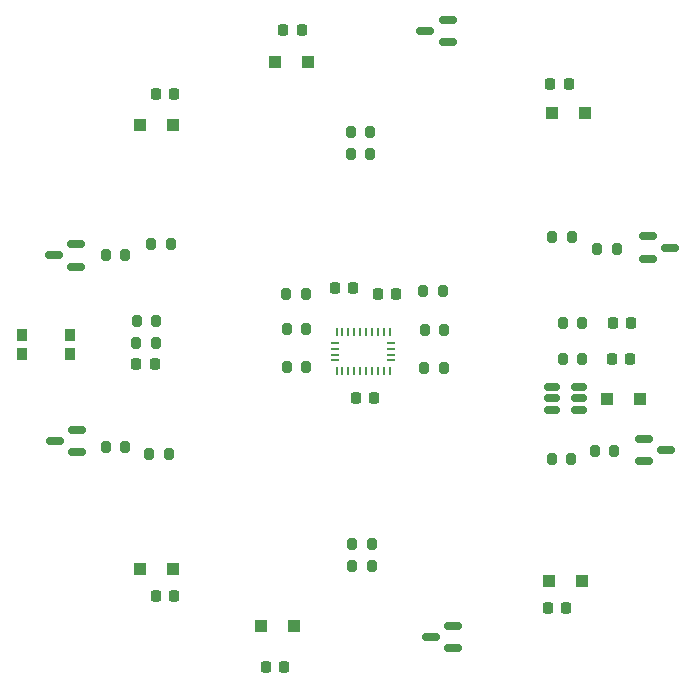
<source format=gtp>
G04 #@! TF.GenerationSoftware,KiCad,Pcbnew,8.0.8-8.0.8-0~ubuntu24.04.1*
G04 #@! TF.CreationDate,2025-03-31T18:32:50+09:00*
G04 #@! TF.ProjectId,multicopter,6d756c74-6963-46f7-9074-65722e6b6963,rev?*
G04 #@! TF.SameCoordinates,Original*
G04 #@! TF.FileFunction,Paste,Top*
G04 #@! TF.FilePolarity,Positive*
%FSLAX46Y46*%
G04 Gerber Fmt 4.6, Leading zero omitted, Abs format (unit mm)*
G04 Created by KiCad (PCBNEW 8.0.8-8.0.8-0~ubuntu24.04.1) date 2025-03-31 18:32:50*
%MOMM*%
%LPD*%
G01*
G04 APERTURE LIST*
G04 Aperture macros list*
%AMRoundRect*
0 Rectangle with rounded corners*
0 $1 Rounding radius*
0 $2 $3 $4 $5 $6 $7 $8 $9 X,Y pos of 4 corners*
0 Add a 4 corners polygon primitive as box body*
4,1,4,$2,$3,$4,$5,$6,$7,$8,$9,$2,$3,0*
0 Add four circle primitives for the rounded corners*
1,1,$1+$1,$2,$3*
1,1,$1+$1,$4,$5*
1,1,$1+$1,$6,$7*
1,1,$1+$1,$8,$9*
0 Add four rect primitives between the rounded corners*
20,1,$1+$1,$2,$3,$4,$5,0*
20,1,$1+$1,$4,$5,$6,$7,0*
20,1,$1+$1,$6,$7,$8,$9,0*
20,1,$1+$1,$8,$9,$2,$3,0*%
G04 Aperture macros list end*
%ADD10RoundRect,0.200000X-0.200000X-0.275000X0.200000X-0.275000X0.200000X0.275000X-0.200000X0.275000X0*%
%ADD11RoundRect,0.225000X-0.225000X-0.250000X0.225000X-0.250000X0.225000X0.250000X-0.225000X0.250000X0*%
%ADD12RoundRect,0.150000X-0.587500X-0.150000X0.587500X-0.150000X0.587500X0.150000X-0.587500X0.150000X0*%
%ADD13RoundRect,0.200000X0.200000X0.275000X-0.200000X0.275000X-0.200000X-0.275000X0.200000X-0.275000X0*%
%ADD14RoundRect,0.150000X-0.512500X-0.150000X0.512500X-0.150000X0.512500X0.150000X-0.512500X0.150000X0*%
%ADD15RoundRect,0.150000X0.587500X0.150000X-0.587500X0.150000X-0.587500X-0.150000X0.587500X-0.150000X0*%
%ADD16RoundRect,0.225000X0.225000X0.250000X-0.225000X0.250000X-0.225000X-0.250000X0.225000X-0.250000X0*%
%ADD17RoundRect,0.250000X-0.300000X-0.300000X0.300000X-0.300000X0.300000X0.300000X-0.300000X0.300000X0*%
%ADD18RoundRect,0.218750X-0.218750X-0.256250X0.218750X-0.256250X0.218750X0.256250X-0.218750X0.256250X0*%
%ADD19RoundRect,0.250000X0.300000X0.300000X-0.300000X0.300000X-0.300000X-0.300000X0.300000X-0.300000X0*%
%ADD20R,0.900000X1.000000*%
%ADD21R,0.254000X0.675000*%
%ADD22R,0.675000X0.254000*%
G04 APERTURE END LIST*
D10*
X78395000Y-84280000D03*
X80045000Y-84280000D03*
D11*
X91965000Y-119190000D03*
X93515000Y-119190000D03*
D10*
X99145000Y-73870000D03*
X100795000Y-73870000D03*
D12*
X123950000Y-99870000D03*
X123950000Y-101770000D03*
X125825000Y-100820000D03*
D13*
X95385000Y-90550000D03*
X93735000Y-90550000D03*
D11*
X116045000Y-69810000D03*
X117595000Y-69810000D03*
D14*
X116160000Y-95500000D03*
X116160000Y-96450000D03*
X116160000Y-97400000D03*
X118435000Y-97400000D03*
X118435000Y-96450000D03*
X118435000Y-95500000D03*
D13*
X100920000Y-108820000D03*
X99270000Y-108820000D03*
D15*
X75857500Y-85300000D03*
X75857500Y-83400000D03*
X73982500Y-84350000D03*
D11*
X115810000Y-114200000D03*
X117360000Y-114200000D03*
D10*
X78385000Y-100600000D03*
X80035000Y-100600000D03*
D13*
X117785000Y-101580000D03*
X116135000Y-101580000D03*
D16*
X84175000Y-113190000D03*
X82625000Y-113190000D03*
D17*
X116180000Y-72290000D03*
X118980000Y-72290000D03*
D13*
X121445000Y-100900000D03*
X119795000Y-100900000D03*
X82615000Y-91760000D03*
X80965000Y-91760000D03*
X117845000Y-82760000D03*
X116195000Y-82760000D03*
D18*
X80962500Y-93560000D03*
X82537500Y-93560000D03*
D10*
X120025000Y-83760000D03*
X121675000Y-83760000D03*
D19*
X123647500Y-96490000D03*
X120847500Y-96490000D03*
D13*
X82650000Y-89870000D03*
X81000000Y-89870000D03*
X100780000Y-75720000D03*
X99130000Y-75720000D03*
X118755000Y-90030000D03*
X117105000Y-90030000D03*
D15*
X75947500Y-101012500D03*
X75947500Y-99112500D03*
X74072500Y-100062500D03*
D10*
X82065000Y-101150000D03*
X83715000Y-101150000D03*
X105390000Y-90670000D03*
X107040000Y-90670000D03*
D17*
X115942500Y-111910000D03*
X118742500Y-111910000D03*
X92740000Y-67990000D03*
X95540000Y-67990000D03*
D10*
X93675000Y-87650000D03*
X95325000Y-87650000D03*
X99260000Y-110600000D03*
X100910000Y-110600000D03*
X105370000Y-93850000D03*
X107020000Y-93850000D03*
D19*
X84117500Y-73290000D03*
X81317500Y-73290000D03*
D16*
X122880000Y-90040000D03*
X121330000Y-90040000D03*
D20*
X75390000Y-92710000D03*
X71290000Y-92710000D03*
X75390000Y-91110000D03*
X71290000Y-91110000D03*
D13*
X95365000Y-93820000D03*
X93715000Y-93820000D03*
D10*
X105280000Y-87400000D03*
X106930000Y-87400000D03*
X82225000Y-83370000D03*
X83875000Y-83370000D03*
D15*
X107330000Y-66280000D03*
X107330000Y-64380000D03*
X105455000Y-65330000D03*
D21*
X97935000Y-90827500D03*
D22*
X97797500Y-91740000D03*
X97797500Y-92240000D03*
X97797500Y-92740000D03*
X97797500Y-93240000D03*
D21*
X97935000Y-94152500D03*
X98435000Y-94152500D03*
X98935000Y-94152500D03*
X99435000Y-94152500D03*
X99935000Y-94152500D03*
X100435000Y-94152500D03*
X100935000Y-94152500D03*
X101435000Y-94152500D03*
X101935000Y-94152500D03*
X102435000Y-94152500D03*
D22*
X102572500Y-93240000D03*
X102572500Y-92740000D03*
X102572500Y-92240000D03*
X102572500Y-91740000D03*
D21*
X102435000Y-90827500D03*
X101935000Y-90827500D03*
X101435000Y-90827500D03*
X100935000Y-90827500D03*
X100435000Y-90827500D03*
X99935000Y-90827500D03*
X99435000Y-90827500D03*
X98935000Y-90827500D03*
X98435000Y-90827500D03*
D11*
X99595000Y-96380000D03*
X101145000Y-96380000D03*
D16*
X99335000Y-87090000D03*
X97785000Y-87090000D03*
D15*
X107807500Y-117590000D03*
X107807500Y-115690000D03*
X105932500Y-116640000D03*
D16*
X84175000Y-70640000D03*
X82625000Y-70640000D03*
X103005000Y-87620000D03*
X101455000Y-87620000D03*
D11*
X93430000Y-65240000D03*
X94980000Y-65240000D03*
D19*
X84110000Y-110860000D03*
X81310000Y-110860000D03*
D10*
X117105000Y-93130000D03*
X118755000Y-93130000D03*
D12*
X124292500Y-82740000D03*
X124292500Y-84640000D03*
X126167500Y-83690000D03*
D11*
X121265000Y-93150000D03*
X122815000Y-93150000D03*
D17*
X91502500Y-115740000D03*
X94302500Y-115740000D03*
M02*

</source>
